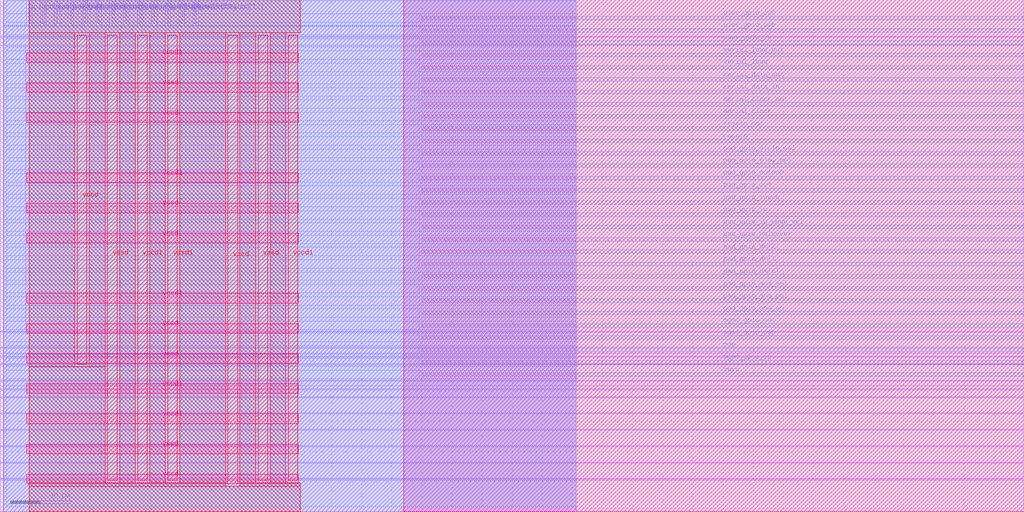
<source format=lef>
VERSION 5.7 ;
  NOWIREEXTENSIONATPIN ON ;
  DIVIDERCHAR "/" ;
  BUSBITCHARS "[]" ;
MACRO gpio_control_block
  CLASS BLOCK ;
  FOREIGN gpio_control_block ;
  ORIGIN 0.000 0.000 ;
  SIZE 170.000 BY 85.000 ;
  PIN gpio_defaults[0]
    DIRECTION INPUT ;
    USE SIGNAL ;
    PORT
      LAYER met2 ;
        RECT 4.690 81.000 4.970 85.000 ;
    END
  END gpio_defaults[0]
  PIN gpio_defaults[10]
    DIRECTION INPUT ;
    USE SIGNAL ;
    PORT
      LAYER met2 ;
        RECT 27.690 81.000 27.970 85.000 ;
    END
  END gpio_defaults[10]
  PIN gpio_defaults[11]
    DIRECTION INPUT ;
    USE SIGNAL ;
    PORT
      LAYER met2 ;
        RECT 29.990 81.000 30.270 85.000 ;
    END
  END gpio_defaults[11]
  PIN gpio_defaults[12]
    DIRECTION INPUT ;
    USE SIGNAL ;
    PORT
      LAYER met2 ;
        RECT 32.290 81.000 32.570 85.000 ;
    END
  END gpio_defaults[12]
  PIN gpio_defaults[1]
    DIRECTION INPUT ;
    USE SIGNAL ;
    PORT
      LAYER met2 ;
        RECT 6.990 81.000 7.270 85.000 ;
    END
  END gpio_defaults[1]
  PIN gpio_defaults[2]
    DIRECTION INPUT ;
    USE SIGNAL ;
    PORT
      LAYER met2 ;
        RECT 9.290 81.000 9.570 85.000 ;
    END
  END gpio_defaults[2]
  PIN gpio_defaults[3]
    DIRECTION INPUT ;
    USE SIGNAL ;
    PORT
      LAYER met2 ;
        RECT 11.590 81.000 11.870 85.000 ;
    END
  END gpio_defaults[3]
  PIN gpio_defaults[4]
    DIRECTION INPUT ;
    USE SIGNAL ;
    PORT
      LAYER met2 ;
        RECT 13.890 81.000 14.170 85.000 ;
    END
  END gpio_defaults[4]
  PIN gpio_defaults[5]
    DIRECTION INPUT ;
    USE SIGNAL ;
    PORT
      LAYER met2 ;
        RECT 16.190 81.000 16.470 85.000 ;
    END
  END gpio_defaults[5]
  PIN gpio_defaults[6]
    DIRECTION INPUT ;
    USE SIGNAL ;
    PORT
      LAYER met2 ;
        RECT 18.490 81.000 18.770 85.000 ;
    END
  END gpio_defaults[6]
  PIN gpio_defaults[7]
    DIRECTION INPUT ;
    USE SIGNAL ;
    PORT
      LAYER met2 ;
        RECT 20.790 81.000 21.070 85.000 ;
    END
  END gpio_defaults[7]
  PIN gpio_defaults[8]
    DIRECTION INPUT ;
    USE SIGNAL ;
    PORT
      LAYER met2 ;
        RECT 23.090 81.000 23.370 85.000 ;
    END
  END gpio_defaults[8]
  PIN gpio_defaults[9]
    DIRECTION INPUT ;
    USE SIGNAL ;
    PORT
      LAYER met2 ;
        RECT 25.390 81.000 25.670 85.000 ;
    END
  END gpio_defaults[9]
  PIN mgmt_gpio_in
    DIRECTION OUTPUT TRISTATE ;
    USE SIGNAL ;
    PORT
      LAYER met3 ;
        RECT 70.000 24.520 170.000 25.120 ;
    END
  END mgmt_gpio_in
  PIN mgmt_gpio_oeb
    DIRECTION INPUT ;
    USE SIGNAL ;
    PORT
      LAYER met3 ;
        RECT 70.000 28.600 170.000 29.200 ;
    END
  END mgmt_gpio_oeb
  PIN mgmt_gpio_out
    DIRECTION INPUT ;
    USE SIGNAL ;
    PORT
      LAYER met3 ;
        RECT 70.000 30.640 170.000 31.240 ;
    END
  END mgmt_gpio_out
  PIN one
    DIRECTION OUTPUT TRISTATE ;
    USE SIGNAL ;
    PORT
      LAYER met3 ;
        RECT 70.000 26.560 170.000 27.160 ;
    END
  END one
  PIN pad_gpio_ana_en
    DIRECTION OUTPUT TRISTATE ;
    USE SIGNAL ;
    PORT
      LAYER met3 ;
        RECT 70.000 32.680 170.000 33.280 ;
    END
  END pad_gpio_ana_en
  PIN pad_gpio_ana_pol
    DIRECTION OUTPUT TRISTATE ;
    USE SIGNAL ;
    PORT
      LAYER met3 ;
        RECT 70.000 34.720 170.000 35.320 ;
    END
  END pad_gpio_ana_pol
  PIN pad_gpio_ana_sel
    DIRECTION OUTPUT TRISTATE ;
    USE SIGNAL ;
    PORT
      LAYER met3 ;
        RECT 70.000 36.760 170.000 37.360 ;
    END
  END pad_gpio_ana_sel
  PIN pad_gpio_dm[0]
    DIRECTION OUTPUT TRISTATE ;
    USE SIGNAL ;
    PORT
      LAYER met3 ;
        RECT 70.000 38.800 170.000 39.400 ;
    END
  END pad_gpio_dm[0]
  PIN pad_gpio_dm[1]
    DIRECTION OUTPUT TRISTATE ;
    USE SIGNAL ;
    PORT
      LAYER met3 ;
        RECT 70.000 40.840 170.000 41.440 ;
    END
  END pad_gpio_dm[1]
  PIN pad_gpio_dm[2]
    DIRECTION OUTPUT TRISTATE ;
    USE SIGNAL ;
    PORT
      LAYER met3 ;
        RECT 70.000 42.880 170.000 43.480 ;
    END
  END pad_gpio_dm[2]
  PIN pad_gpio_holdover
    DIRECTION OUTPUT TRISTATE ;
    USE SIGNAL ;
    PORT
      LAYER met3 ;
        RECT 70.000 44.920 170.000 45.520 ;
    END
  END pad_gpio_holdover
  PIN pad_gpio_ib_mode_sel
    DIRECTION OUTPUT TRISTATE ;
    USE SIGNAL ;
    PORT
      LAYER met3 ;
        RECT 70.000 46.960 170.000 47.560 ;
    END
  END pad_gpio_ib_mode_sel
  PIN pad_gpio_in
    DIRECTION INPUT ;
    USE SIGNAL ;
    PORT
      LAYER met3 ;
        RECT 70.000 49.000 170.000 49.600 ;
    END
  END pad_gpio_in
  PIN pad_gpio_inenb
    DIRECTION OUTPUT TRISTATE ;
    USE SIGNAL ;
    PORT
      LAYER met3 ;
        RECT 70.000 51.040 170.000 51.640 ;
    END
  END pad_gpio_inenb
  PIN pad_gpio_out
    DIRECTION OUTPUT TRISTATE ;
    USE SIGNAL ;
    PORT
      LAYER met3 ;
        RECT 70.000 53.080 170.000 53.680 ;
    END
  END pad_gpio_out
  PIN pad_gpio_outenb
    DIRECTION OUTPUT TRISTATE ;
    USE SIGNAL ;
    PORT
      LAYER met3 ;
        RECT 70.000 55.120 170.000 55.720 ;
    END
  END pad_gpio_outenb
  PIN pad_gpio_slow_sel
    DIRECTION OUTPUT TRISTATE ;
    USE SIGNAL ;
    PORT
      LAYER met3 ;
        RECT 70.000 57.160 170.000 57.760 ;
    END
  END pad_gpio_slow_sel
  PIN pad_gpio_vtrip_sel
    DIRECTION OUTPUT TRISTATE ;
    USE SIGNAL ;
    PORT
      LAYER met3 ;
        RECT 70.000 59.200 170.000 59.800 ;
    END
  END pad_gpio_vtrip_sel
  PIN resetn
    DIRECTION INPUT ;
    USE SIGNAL ;
    PORT
      LAYER met3 ;
        RECT 70.000 61.240 170.000 61.840 ;
    END
  END resetn
  PIN resetn_out
    DIRECTION OUTPUT TRISTATE ;
    USE SIGNAL ;
    PORT
      LAYER met3 ;
        RECT 70.000 63.280 170.000 63.880 ;
    END
  END resetn_out
  PIN serial_clock
    DIRECTION INPUT ;
    USE SIGNAL ;
    PORT
      LAYER met3 ;
        RECT 70.000 65.320 170.000 65.920 ;
    END
  END serial_clock
  PIN serial_clock_out
    DIRECTION OUTPUT TRISTATE ;
    USE SIGNAL ;
    PORT
      LAYER met3 ;
        RECT 70.000 67.360 170.000 67.960 ;
    END
  END serial_clock_out
  PIN serial_data_in
    DIRECTION INPUT ;
    USE SIGNAL ;
    PORT
      LAYER met3 ;
        RECT 70.000 69.400 170.000 70.000 ;
    END
  END serial_data_in
  PIN serial_data_out
    DIRECTION OUTPUT TRISTATE ;
    USE SIGNAL ;
    PORT
      LAYER met3 ;
        RECT 70.000 71.440 170.000 72.040 ;
    END
  END serial_data_out
  PIN serial_load
    DIRECTION INPUT ;
    USE SIGNAL ;
    PORT
      LAYER met3 ;
        RECT 70.000 73.480 170.000 74.080 ;
    END
  END serial_load
  PIN serial_load_out
    DIRECTION OUTPUT TRISTATE ;
    USE SIGNAL ;
    PORT
      LAYER met3 ;
        RECT 70.000 75.520 170.000 76.120 ;
    END
  END serial_load_out
  PIN user_gpio_in
    DIRECTION OUTPUT TRISTATE ;
    USE SIGNAL ;
    PORT
      LAYER met3 ;
        RECT 70.000 77.560 170.000 78.160 ;
    END
  END user_gpio_in
  PIN user_gpio_oeb
    DIRECTION INPUT ;
    USE SIGNAL ;
    PORT
      LAYER met3 ;
        RECT 70.000 79.600 170.000 80.200 ;
    END
  END user_gpio_oeb
  PIN user_gpio_out
    DIRECTION INPUT ;
    USE SIGNAL ;
    PORT
      LAYER met3 ;
        RECT 70.000 81.640 170.000 82.240 ;
    END
  END user_gpio_out
  PIN vccd
    DIRECTION INOUT ;
    USE POWER ;
    PORT
      LAYER met4 ;
        RECT 12.800 24.465 14.400 79.120 ;
    END
    PORT
      LAYER met4 ;
        RECT 37.800 4.640 39.400 79.120 ;
    END
    PORT
      LAYER met5 ;
        RECT 4.360 4.640 49.460 6.240 ;
    END
    PORT
      LAYER met5 ;
        RECT 4.360 24.640 49.460 26.240 ;
    END
    PORT
      LAYER met5 ;
        RECT 4.360 44.640 49.460 46.240 ;
    END
    PORT
      LAYER met5 ;
        RECT 4.360 64.640 49.460 66.240 ;
    END
  END vccd
  PIN vccd1
    DIRECTION INOUT ;
    USE POWER ;
    PORT
      LAYER met4 ;
        RECT 22.800 5.200 24.400 79.120 ;
    END
    PORT
      LAYER met4 ;
        RECT 47.800 5.200 49.400 79.120 ;
    END
    PORT
      LAYER met5 ;
        RECT 4.360 14.640 49.460 16.240 ;
    END
    PORT
      LAYER met5 ;
        RECT 4.360 34.640 49.460 36.240 ;
    END
    PORT
      LAYER met5 ;
        RECT 4.360 54.640 49.460 56.240 ;
    END
    PORT
      LAYER met5 ;
        RECT 4.360 74.640 49.460 76.240 ;
    END
  END vccd1
  PIN vssd
    DIRECTION INOUT ;
    USE GROUND ;
    PORT
      LAYER met4 ;
        RECT 17.800 5.200 19.400 79.120 ;
    END
    PORT
      LAYER met4 ;
        RECT 42.800 5.200 44.400 79.120 ;
    END
    PORT
      LAYER met5 ;
        RECT 4.360 9.640 49.460 11.240 ;
    END
    PORT
      LAYER met5 ;
        RECT 4.360 29.640 49.460 31.240 ;
    END
    PORT
      LAYER met5 ;
        RECT 4.360 49.640 49.460 51.240 ;
    END
    PORT
      LAYER met5 ;
        RECT 4.360 69.640 49.460 71.240 ;
    END
  END vssd
  PIN vssd1
    DIRECTION INOUT ;
    USE GROUND ;
    PORT
      LAYER met4 ;
        RECT 27.800 5.200 29.400 79.120 ;
    END
    PORT
      LAYER met5 ;
        RECT 4.360 19.640 49.460 21.240 ;
    END
  END vssd1
  PIN zero
    DIRECTION OUTPUT TRISTATE ;
    USE SIGNAL ;
    PORT
      LAYER met3 ;
        RECT 70.000 22.480 170.000 23.080 ;
    END
  END zero
  OBS
      LAYER li1 ;
        RECT 0.000 78.965 169.810 85.000 ;
        RECT 0.000 78.795 4.745 78.965 ;
      LAYER li1 ;
        RECT 4.745 78.795 169.810 78.965 ;
      LAYER li1 ;
        RECT 0.000 77.410 169.810 78.795 ;
        RECT 0.000 77.405 35.045 77.410 ;
      LAYER li1 ;
        RECT 35.045 77.405 169.810 77.410 ;
      LAYER li1 ;
        RECT 0.000 29.965 4.265 77.405 ;
      LAYER li1 ;
        RECT 4.265 29.965 169.810 77.405 ;
      LAYER li1 ;
        RECT 0.000 29.835 4.745 29.965 ;
      LAYER li1 ;
        RECT 4.745 29.835 169.810 29.965 ;
      LAYER li1 ;
        RECT 0.000 27.285 16.795 29.835 ;
      LAYER li1 ;
        RECT 16.795 27.285 169.810 29.835 ;
      LAYER li1 ;
        RECT 0.000 27.115 4.745 27.285 ;
      LAYER li1 ;
        RECT 4.745 27.115 169.810 27.285 ;
      LAYER li1 ;
        RECT 0.000 26.345 19.235 27.115 ;
      LAYER li1 ;
        RECT 19.235 26.345 169.810 27.115 ;
      LAYER li1 ;
        RECT 0.000 25.825 17.855 26.345 ;
      LAYER li1 ;
        RECT 17.855 25.825 169.810 26.345 ;
      LAYER li1 ;
        RECT 0.000 25.655 16.795 25.825 ;
      LAYER li1 ;
        RECT 16.795 25.655 169.810 25.825 ;
      LAYER li1 ;
        RECT 0.000 24.565 19.235 25.655 ;
      LAYER li1 ;
        RECT 19.235 24.565 169.810 25.655 ;
      LAYER li1 ;
        RECT 0.000 24.395 15.325 24.565 ;
      LAYER li1 ;
        RECT 15.325 24.395 169.810 24.565 ;
      LAYER li1 ;
        RECT 0.000 21.845 16.795 24.395 ;
      LAYER li1 ;
        RECT 16.795 21.845 169.810 24.395 ;
      LAYER li1 ;
        RECT 0.000 21.675 15.325 21.845 ;
      LAYER li1 ;
        RECT 15.325 21.675 169.810 21.845 ;
      LAYER li1 ;
        RECT 0.000 20.925 17.855 21.675 ;
      LAYER li1 ;
        RECT 17.855 20.925 169.810 21.675 ;
      LAYER li1 ;
        RECT 0.000 20.385 17.165 20.925 ;
      LAYER li1 ;
        RECT 17.165 20.385 169.810 20.925 ;
      LAYER li1 ;
        RECT 0.000 20.215 16.795 20.385 ;
      LAYER li1 ;
        RECT 16.795 20.215 169.810 20.385 ;
      LAYER li1 ;
        RECT 0.000 19.125 17.855 20.215 ;
      LAYER li1 ;
        RECT 17.855 19.125 169.810 20.215 ;
      LAYER li1 ;
        RECT 0.000 18.955 15.325 19.125 ;
      LAYER li1 ;
        RECT 15.325 18.955 169.810 19.125 ;
      LAYER li1 ;
        RECT 0.000 16.405 16.795 18.955 ;
      LAYER li1 ;
        RECT 16.795 16.405 169.810 18.955 ;
      LAYER li1 ;
        RECT 0.000 16.235 15.325 16.405 ;
      LAYER li1 ;
        RECT 15.325 16.235 169.810 16.405 ;
      LAYER li1 ;
        RECT 0.000 13.685 16.795 16.235 ;
      LAYER li1 ;
        RECT 16.795 13.685 169.810 16.235 ;
      LAYER li1 ;
        RECT 0.000 13.515 15.325 13.685 ;
      LAYER li1 ;
        RECT 15.325 13.515 169.810 13.685 ;
      LAYER li1 ;
        RECT 0.000 10.965 16.795 13.515 ;
      LAYER li1 ;
        RECT 16.795 10.965 169.810 13.515 ;
      LAYER li1 ;
        RECT 0.000 10.795 15.325 10.965 ;
      LAYER li1 ;
        RECT 15.325 10.795 169.810 10.965 ;
      LAYER li1 ;
        RECT 0.000 8.245 16.795 10.795 ;
      LAYER li1 ;
        RECT 16.795 8.245 169.810 10.795 ;
      LAYER li1 ;
        RECT 0.000 8.075 15.325 8.245 ;
      LAYER li1 ;
        RECT 15.325 8.075 169.810 8.245 ;
      LAYER li1 ;
        RECT 0.000 5.525 16.795 8.075 ;
      LAYER li1 ;
        RECT 16.795 5.525 169.810 8.075 ;
      LAYER li1 ;
        RECT 0.000 5.355 15.325 5.525 ;
      LAYER li1 ;
        RECT 15.325 5.355 169.810 5.525 ;
      LAYER li1 ;
        RECT 0.000 5.240 16.795 5.355 ;
      LAYER li1 ;
        RECT 16.795 5.240 169.810 5.355 ;
      LAYER li1 ;
        RECT 0.000 0.000 169.810 5.240 ;
      LAYER met1 ;
        RECT 0.530 0.000 95.615 85.000 ;
      LAYER met2 ;
        RECT 0.560 80.720 4.410 85.000 ;
        RECT 5.250 80.720 6.710 85.000 ;
        RECT 7.550 80.720 9.010 85.000 ;
        RECT 9.850 80.720 11.310 85.000 ;
        RECT 12.150 80.720 13.610 85.000 ;
        RECT 14.450 80.720 15.910 85.000 ;
        RECT 16.750 80.720 18.210 85.000 ;
        RECT 19.050 80.720 20.510 85.000 ;
        RECT 21.350 80.720 22.810 85.000 ;
        RECT 23.650 80.720 25.110 85.000 ;
        RECT 25.950 80.720 27.410 85.000 ;
        RECT 28.250 80.720 29.710 85.000 ;
        RECT 30.550 80.720 32.010 85.000 ;
        RECT 32.850 80.720 95.615 85.000 ;
        RECT 0.560 0.000 95.615 80.720 ;
      LAYER met3 ;
        RECT 0.985 82.640 95.615 84.825 ;
        RECT 0.985 81.240 69.600 82.640 ;
        RECT 0.985 80.600 95.615 81.240 ;
        RECT 0.985 79.200 69.600 80.600 ;
        RECT 0.985 78.560 95.615 79.200 ;
        RECT 0.985 77.160 69.600 78.560 ;
        RECT 0.985 76.520 95.615 77.160 ;
        RECT 0.985 75.120 69.600 76.520 ;
        RECT 0.985 74.480 95.615 75.120 ;
        RECT 0.985 73.080 69.600 74.480 ;
        RECT 0.985 72.440 95.615 73.080 ;
        RECT 0.985 71.040 69.600 72.440 ;
        RECT 0.985 70.400 95.615 71.040 ;
        RECT 0.985 69.000 69.600 70.400 ;
        RECT 0.985 68.360 95.615 69.000 ;
        RECT 0.985 66.960 69.600 68.360 ;
        RECT 0.985 66.320 95.615 66.960 ;
        RECT 0.985 64.920 69.600 66.320 ;
        RECT 0.985 64.280 95.615 64.920 ;
        RECT 0.985 62.880 69.600 64.280 ;
        RECT 0.985 62.240 95.615 62.880 ;
        RECT 0.985 60.840 69.600 62.240 ;
        RECT 0.985 60.200 95.615 60.840 ;
        RECT 0.985 58.800 69.600 60.200 ;
        RECT 0.985 58.160 95.615 58.800 ;
        RECT 0.985 56.760 69.600 58.160 ;
        RECT 0.985 56.120 95.615 56.760 ;
        RECT 0.985 54.720 69.600 56.120 ;
        RECT 0.985 54.080 95.615 54.720 ;
        RECT 0.985 52.680 69.600 54.080 ;
        RECT 0.985 52.040 95.615 52.680 ;
        RECT 0.985 50.640 69.600 52.040 ;
        RECT 0.985 50.000 95.615 50.640 ;
        RECT 0.985 48.600 69.600 50.000 ;
        RECT 0.985 47.960 95.615 48.600 ;
        RECT 0.985 46.560 69.600 47.960 ;
        RECT 0.985 45.920 95.615 46.560 ;
        RECT 0.985 44.520 69.600 45.920 ;
        RECT 0.985 43.880 95.615 44.520 ;
        RECT 0.985 42.480 69.600 43.880 ;
        RECT 0.985 41.840 95.615 42.480 ;
        RECT 0.985 40.440 69.600 41.840 ;
        RECT 0.985 39.800 95.615 40.440 ;
        RECT 0.985 38.400 69.600 39.800 ;
        RECT 0.985 37.760 95.615 38.400 ;
        RECT 0.985 36.360 69.600 37.760 ;
        RECT 0.985 35.720 95.615 36.360 ;
        RECT 0.985 34.320 69.600 35.720 ;
        RECT 0.985 33.680 95.615 34.320 ;
        RECT 0.985 32.280 69.600 33.680 ;
        RECT 0.985 31.640 95.615 32.280 ;
        RECT 0.985 30.240 69.600 31.640 ;
        RECT 0.985 29.600 95.615 30.240 ;
        RECT 0.985 28.200 69.600 29.600 ;
        RECT 0.985 27.560 95.615 28.200 ;
        RECT 0.985 26.160 69.600 27.560 ;
        RECT 0.985 25.520 95.615 26.160 ;
        RECT 0.985 24.120 69.600 25.520 ;
        RECT 0.985 23.480 95.615 24.120 ;
        RECT 0.985 22.080 69.600 23.480 ;
        RECT 0.985 0.855 95.615 22.080 ;
      LAYER met4 ;
        RECT 4.8 79.520 49.800 85.000 ;
        RECT 4.8 24.065 12.400 79.520 ;
        RECT 14.800 24.065 17.400 79.520 ;
        RECT 4.8 4.800 17.400 24.065 ;
        RECT 19.800 4.800 22.400 79.520 ;
        RECT 24.800 4.800 27.400 79.520 ;
        RECT 29.800 4.800 37.400 79.520 ;
        RECT 4.8 4.240 37.400 4.800 ;
        RECT 39.800 4.800 42.400 79.520 ;
        RECT 44.800 4.800 47.400 79.520 ;
        RECT 39.800 4.240 49.800 4.800 ;
        RECT 4.8 0.000 49.800 4.240 ;
      LAYER met5 ;
        RECT 67.000 0.000 170.000 85.000 ;
  END
END gpio_control_block
END LIBRARY


</source>
